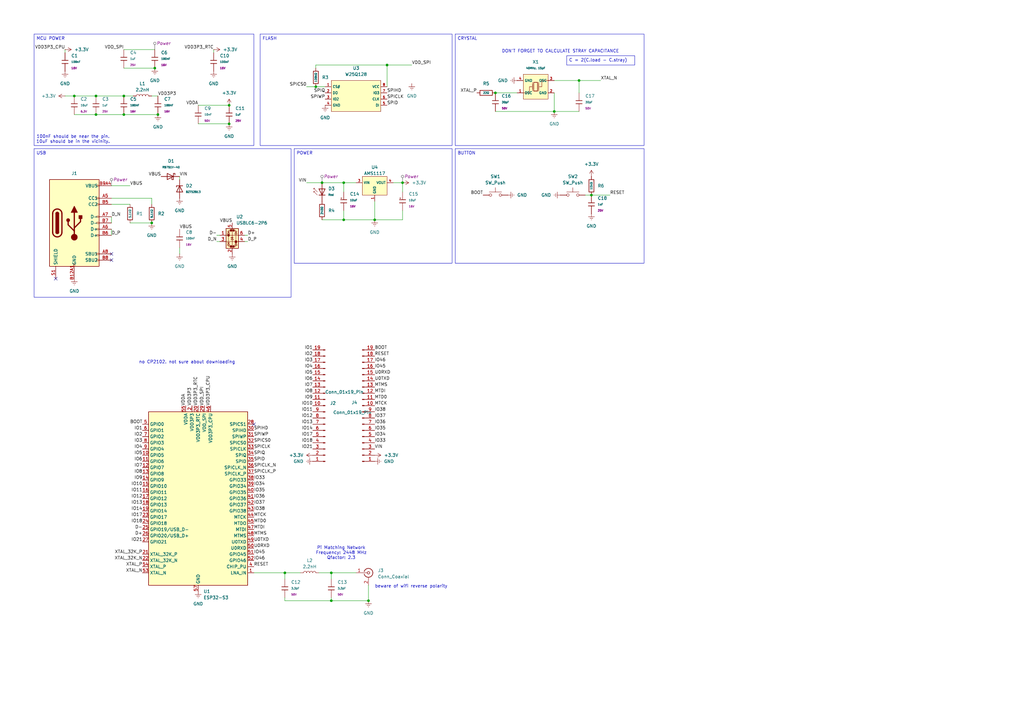
<source format=kicad_sch>
(kicad_sch (version 20231120) (generator "eeschema") (generator_version "8.0")
  (paper "A3")
  (junction (at 129.54 35.56))
  (junction (at 237.49 33.02))
  (junction (at 158.75 26.67))
  (junction (at 63.5 27.94))
  (junction (at 39.37 46.99))
  (junction (at 93.98 50.8))
  (junction (at 135.89 234.95))
  (junction (at 64.77 46.99))
  (junction (at 140.97 90.17))
  (junction (at 227.33 45.72))
  (junction (at 151.13 246.38))
  (junction (at 165.1 74.93))
  (junction (at 50.8 39.37))
  (junction (at 135.89 246.38))
  (junction (at 62.23 91.44))
  (junction (at 132.08 74.93))
  (junction (at 39.37 39.37))
  (junction (at 93.98 43.18))
  (junction (at 116.84 234.95))
  (junction (at 30.48 39.37))
  (junction (at 153.67 90.17))
  (junction (at 50.8 46.99))
  (junction (at 203.2 38.1))
  (junction (at 242.57 80.01))
  (junction (at 140.97 74.93))
  (no_connect (at 45.72 104.14))
  (no_connect (at 22.86 114.3))
  (no_connect (at 45.72 106.68))
  (no_connect (at 104.14 173.99))
  (wire (pts (xy 116.84 234.95) (xy 123.19 234.95)))
  (wire (pts (xy 153.67 82.55) (xy 153.67 90.17)))
  (wire (pts (xy 140.97 78.74) (xy 140.97 74.93)))
  (wire (pts (xy 116.84 246.38) (xy 116.84 245.11)))
  (wire (pts (xy 53.34 76.2) (xy 45.72 76.2)))
  (wire (pts (xy 81.28 43.18) (xy 93.98 43.18)))
  (wire (pts (xy 125.73 74.93) (xy 132.08 74.93)))
  (wire (pts (xy 203.2 38.1) (xy 212.09 38.1)))
  (wire (pts (xy 158.75 26.67) (xy 158.75 35.56)))
  (wire (pts (xy 158.75 26.67) (xy 168.91 26.67)))
  (wire (pts (xy 73.66 104.14) (xy 73.66 101.6)))
  (wire (pts (xy 30.48 46.99) (xy 39.37 46.99)))
  (wire (pts (xy 140.97 74.93) (xy 146.05 74.93)))
  (wire (pts (xy 116.84 237.49) (xy 116.84 234.95)))
  (wire (pts (xy 88.9 99.06) (xy 90.17 99.06)))
  (wire (pts (xy 129.54 26.67) (xy 158.75 26.67)))
  (wire (pts (xy 227.33 45.72) (xy 227.33 38.1)))
  (wire (pts (xy 73.66 72.39) (xy 73.66 73.66)))
  (wire (pts (xy 227.33 45.72) (xy 237.49 45.72)))
  (wire (pts (xy 50.8 39.37) (xy 54.61 39.37)))
  (wire (pts (xy 227.33 33.02) (xy 237.49 33.02)))
  (wire (pts (xy 104.14 234.95) (xy 116.84 234.95)))
  (wire (pts (xy 53.34 91.44) (xy 62.23 91.44)))
  (wire (pts (xy 242.57 80.01) (xy 250.19 80.01)))
  (wire (pts (xy 129.54 35.56) (xy 133.35 35.56)))
  (wire (pts (xy 39.37 39.37) (xy 50.8 39.37)))
  (wire (pts (xy 125.73 35.56) (xy 129.54 35.56)))
  (wire (pts (xy 135.89 246.38) (xy 151.13 246.38)))
  (wire (pts (xy 87.63 21.59) (xy 87.63 20.32)))
  (wire (pts (xy 135.89 234.95) (xy 135.89 237.49)))
  (wire (pts (xy 165.1 90.17) (xy 165.1 86.36)))
  (wire (pts (xy 30.48 39.37) (xy 39.37 39.37)))
  (wire (pts (xy 101.6 99.06) (xy 100.33 99.06)))
  (wire (pts (xy 161.29 74.93) (xy 165.1 74.93)))
  (wire (pts (xy 88.9 96.52) (xy 90.17 96.52)))
  (wire (pts (xy 50.8 20.32) (xy 63.5 20.32)))
  (wire (pts (xy 153.67 90.17) (xy 165.1 90.17)))
  (wire (pts (xy 130.81 234.95) (xy 135.89 234.95)))
  (wire (pts (xy 140.97 90.17) (xy 153.67 90.17)))
  (wire (pts (xy 50.8 46.99) (xy 64.77 46.99)))
  (wire (pts (xy 62.23 81.28) (xy 62.23 83.82)))
  (wire (pts (xy 45.72 93.98) (xy 45.72 96.52)))
  (wire (pts (xy 135.89 234.95) (xy 146.05 234.95)))
  (wire (pts (xy 129.54 27.94) (xy 129.54 26.67)))
  (wire (pts (xy 81.28 50.8) (xy 93.98 50.8)))
  (wire (pts (xy 101.6 96.52) (xy 100.33 96.52)))
  (wire (pts (xy 45.72 88.9) (xy 45.72 91.44)))
  (wire (pts (xy 237.49 33.02) (xy 246.38 33.02)))
  (wire (pts (xy 62.23 39.37) (xy 64.77 39.37)))
  (wire (pts (xy 132.08 90.17) (xy 140.97 90.17)))
  (wire (pts (xy 151.13 240.03) (xy 151.13 246.38)))
  (wire (pts (xy 132.08 74.93) (xy 140.97 74.93)))
  (wire (pts (xy 26.67 21.59) (xy 26.67 20.32)))
  (wire (pts (xy 140.97 90.17) (xy 140.97 86.36)))
  (wire (pts (xy 203.2 45.72) (xy 227.33 45.72)))
  (wire (pts (xy 45.72 81.28) (xy 62.23 81.28)))
  (wire (pts (xy 237.49 38.1) (xy 237.49 33.02)))
  (wire (pts (xy 50.8 27.94) (xy 63.5 27.94)))
  (wire (pts (xy 26.67 39.37) (xy 30.48 39.37)))
  (wire (pts (xy 135.89 246.38) (xy 135.89 245.11)))
  (wire (pts (xy 39.37 46.99) (xy 50.8 46.99)))
  (wire (pts (xy 116.84 246.38) (xy 135.89 246.38)))
  (wire (pts (xy 240.03 80.01) (xy 242.57 80.01)))
  (wire (pts (xy 165.1 78.74) (xy 165.1 74.93)))
  (wire (pts (xy 45.72 83.82) (xy 53.34 83.82)))
  (text_box "C = 2(C.load - C.stray)" (at 232.41 22.86 0) (size 27.94 3.81) (effects (font (size 1.27 1.27)) (justify left top)))
  (text_box "USB" (at 13.97 60.96 0) (size 105.41 60.96) (effects (font (size 1.27 1.27)) (justify left top)))
  (text_box "POWER" (at 120.65 60.96 0) (size 64.77 46.99) (effects (font (size 1.27 1.27)) (justify left top)))
  (text_box "MCU POWER" (at 13.97 13.97 0) (size 90.17 45.72) (effects (font (size 1.27 1.27)) (justify left top)))
  (text_box "CRYSTAL\n" (at 186.69 13.97 0) (size 77.47 45.72) (effects (font (size 1.27 1.27)) (justify left top)))
  (text_box "FLASH" (at 106.68 13.97 0) (size 78.74 45.72) (effects (font (size 1.27 1.27)) (justify left top)))
  (text_box "BUTTON" (at 186.69 60.96 0) (size 77.47 46.99) (effects (font (size 1.27 1.27)) (justify left top)))
  (text "DON'T FORGET TO CALCULATE STRAY CAPACITANCE" (at 229.87 21.082 0) (effects (font (size 1.27 1.27))))
  (text "100nF should be near the pin.\n10uF should be in the vicinity." (at 29.972 57.15 0) (effects (font (size 1.27 1.27))))
  (text "no CP2102. not sure about downloading" (at 76.708 148.59 0) (effects (font (size 1.27 1.27))))
  (text "beware of wifi reverse polarity\n" (at 168.656 240.538 0) (effects (font (size 1.27 1.27))))
  (text "Pi Matching Network\nFrequency: 2448 MHz\nQfactor: 2.3" (at 139.954 226.822 0) (effects (font (size 1.27 1.27))))
  (label "SPIHD" (at 104.14 176.53 0))
  (label "SPIHD" (at 158.75 38.1 0))
  (label "D_P" (at 101.6 99.06 0))
  (label "VDD_SPI" (at 83.82 166.37 90))
  (label "IO14" (at 128.27 176.53 180))
  (label "SPICLK_P" (at 104.14 194.31 0))
  (label "IO11" (at 128.27 168.91 180))
  (label "BOOT" (at 58.42 173.99 180))
  (label "IO1" (at 128.27 143.51 180))
  (label "VBUS" (at 53.34 76.2 0))
  (label "IO4" (at 128.27 151.13 180))
  (label "XTAL_P" (at 195.58 38.1 180))
  (label "SPICS0" (at 125.73 35.56 180))
  (label "SPICLK" (at 104.14 184.15 0))
  (label "XTAL_32K_P" (at 58.42 227.33 180))
  (label "SPIQ" (at 133.35 38.1 180))
  (label "VDD3P3" (at 78.74 166.37 90))
  (label "RESET" (at 104.14 232.41 0))
  (label "MTD0" (at 104.14 214.63 0))
  (label "IO10" (at 128.27 166.37 180))
  (label "IO35" (at 153.67 176.53 0))
  (label "IO4" (at 58.42 184.15 180))
  (label "D-" (at 88.9 96.52 180))
  (label "U0RXD" (at 153.67 153.67 0))
  (label "IO14" (at 58.42 209.55 180))
  (label "SPIWP" (at 133.35 40.64 180))
  (label "D+" (at 101.6 96.52 0))
  (label "SPICS0" (at 104.14 181.61 0))
  (label "D_N" (at 88.9 99.06 180))
  (label "VIN" (at 73.66 72.39 0))
  (label "D-" (at 58.42 217.17 180))
  (label "IO46" (at 104.14 229.87 0))
  (label "IO45" (at 104.14 227.33 0))
  (label "IO17" (at 128.27 179.07 180))
  (label "IO35" (at 104.14 201.93 0))
  (label "IO37" (at 153.67 171.45 0))
  (label "IO36" (at 104.14 204.47 0))
  (label "XTAL_32K_N" (at 58.42 229.87 180))
  (label "BOOT" (at 153.67 143.51 0))
  (label "IO38" (at 104.14 209.55 0))
  (label "IO9" (at 58.42 196.85 180))
  (label "XTAL_N" (at 246.38 33.02 0))
  (label "IO17" (at 58.42 212.09 180))
  (label "IO2" (at 58.42 179.07 180))
  (label "IO46" (at 153.67 148.59 0))
  (label "VDD3P3_CPU" (at 26.67 20.32 180))
  (label "VDD3P3_RTC" (at 87.63 20.32 180))
  (label "RESET" (at 250.19 80.01 0))
  (label "IO3" (at 58.42 181.61 180))
  (label "MTMS" (at 153.67 158.75 0))
  (label "VBUS" (at 73.66 93.98 0))
  (label "IO10" (at 58.42 199.39 180))
  (label "MTMS" (at 104.14 219.71 0))
  (label "IO21" (at 128.27 184.15 180))
  (label "XTAL_N" (at 58.42 234.95 180))
  (label "SPID" (at 158.75 43.18 0))
  (label "VDD_SPI" (at 50.8 20.32 180))
  (label "IO21" (at 58.42 222.25 180))
  (label "MTCK" (at 104.14 212.09 0))
  (label "IO33" (at 153.67 181.61 0))
  (label "IO8" (at 128.27 161.29 180))
  (label "U0RXD" (at 104.14 224.79 0))
  (label "IO37" (at 104.14 207.01 0))
  (label "IO34" (at 153.67 179.07 0))
  (label "D_P" (at 45.72 96.52 0))
  (label "IO45" (at 153.67 151.13 0))
  (label "IO3" (at 128.27 148.59 180))
  (label "IO7" (at 58.42 191.77 180))
  (label "VBUS" (at 66.04 72.39 180))
  (label "IO36" (at 153.67 173.99 0))
  (label "MTCK" (at 153.67 166.37 0))
  (label "IO8" (at 58.42 194.31 180))
  (label "VDD_SPI" (at 168.91 26.67 0))
  (label "IO5" (at 58.42 186.69 180))
  (label "IO13" (at 128.27 173.99 180))
  (label "IO2" (at 128.27 146.05 180))
  (label "XTAL_P" (at 58.42 232.41 180))
  (label "BOOT" (at 198.12 80.01 180))
  (label "VBUS" (at 95.25 91.44 180))
  (label "VDD3P3_RTC" (at 81.28 166.37 90))
  (label "SPID" (at 104.14 189.23 0))
  (label "U0TXD" (at 104.14 222.25 0))
  (label "VIN" (at 125.73 74.93 180))
  (label "IO6" (at 58.42 189.23 180))
  (label "MTDI" (at 104.14 217.17 0))
  (label "MTDI" (at 153.67 161.29 0))
  (label "IO11" (at 58.42 201.93 180))
  (label "VDDA" (at 76.2 166.37 90))
  (label "IO1" (at 58.42 176.53 180))
  (label "IO12" (at 58.42 204.47 180))
  (label "D_N" (at 45.72 88.9 0))
  (label "IO7" (at 128.27 158.75 180))
  (label "VDDA" (at 81.28 43.18 180))
  (label "MTD0" (at 153.67 163.83 0))
  (label "SPICLK" (at 158.75 40.64 0))
  (label "VIN" (at 153.67 184.15 0))
  (label "IO18" (at 128.27 181.61 180))
  (label "IO18" (at 58.42 214.63 180))
  (label "RESET" (at 153.67 146.05 0))
  (label "IO38" (at 153.67 168.91 0))
  (label "SPIQ" (at 104.14 186.69 0))
  (label "SPICLK_N" (at 104.14 191.77 0))
  (label "IO12" (at 128.27 171.45 180))
  (label "IO34" (at 104.14 199.39 0))
  (label "IO6" (at 128.27 156.21 180))
  (label "VDD3P3" (at 64.77 39.37 0))
  (label "SPIWP" (at 104.14 179.07 0))
  (label "VDD3P3_CPU" (at 86.36 166.37 90))
  (label "D+" (at 58.42 219.71 180))
  (label "IO13" (at 58.42 207.01 180))
  (label "IO33" (at 104.14 196.85 0))
  (label "IO5" (at 128.27 153.67 180))
  (label "IO9" (at 128.27 163.83 180))
  (label "U0TXD" (at 153.67 156.21 0))
  (netclass_flag "" (length 2.54) (shape round) (at 63.5 20.32 0) (property "Netclass" "Power" (at 64.1985 17.78 0) (effects (font (italic yes)) (justify left))))
  (netclass_flag "" (length 2.54) (shape round) (at 165.1 74.93 0) (property "Netclass" "Power" (at 165.7985 72.39 0) (effects (font (italic yes)) (justify left))))
  (netclass_flag "" (length 2.54) (shape round) (at 132.08 74.93 0) (property "Netclass" "Power" (at 132.7785 72.39 0) (effects (font (italic yes)) (justify left))))
  (netclass_flag "" (length 2.54) (shape round) (at 45.72 76.2 0) (property "Netclass" "Power" (at 46.4185 73.66 0) (effects (font (italic yes)) (justify left))))
  (symbol (lib_id "JLCPCB-Capacitors:0402,3.3pF") (at 116.84 241.3 0) (unit 1)
    (property "Reference" "C12" (at 119.38 238.7599 0) (effects (justify left)))
    (property "Value" "3.3pF" (at 119.38 241.3 0) (effects (font (size 0.8 0.8)) (justify left)))
    (property "Footprint" "JLCPCB-Kicad-Footprints:C_0402" (effects (hide yes)))
    (property "Datasheet" "https://www.lcsc.com/datasheet/lcsc_datasheet_2304140030_FH--Guangdong-Fenghua-Advanced-Tech-0402CG3R3C500NT_C1565.pdf" (effects (hide yes)))
    (property "Description" "50V 3.3pF C0G 0402 Multilayer Ceramic Capacitors MLCC - SMD/SMT ROHS" (effects (hide yes)))
    (property "LCSC" "C1565" (effects (hide yes)))
    (property "Stock" "101807" (effects (hide yes)))
    (property "Price" "0.004USD" (effects (hide yes)))
    (property "Process" "SMT" (effects (hide yes)))
    (property "Minimum Qty" "20" (effects (hide yes)))
    (property "Attrition Qty" "10" (effects (hide yes)))
    (property "Class" "Preferred Component" (effects (hide yes)))
    (property "Category" "Capacitors,Multilayer Ceramic Capacitors MLCC - SMD/SMT" (effects (hide yes)))
    (property "Manufacturer" "FH(Guangdong Fenghua Advanced Tech)" (effects (hide yes)))
    (property "Part" "0402CG3R3C500NT" (effects (hide yes)))
    (property "Voltage Rated" "50V" (at 119.38 243.84 0) (effects (font (size 0.8 0.8)) (justify left)))
    (property "Capacitance" "3.3pF" (effects (hide yes)))
    (property "Temperature Coefficient" "C0G" (effects (hide yes)))
  )
  (symbol (lib_id "power:+3.3V") (at 26.67 39.37 90) (unit 1)
    (property "Reference" "#PWR03" (effects (hide yes)))
    (property "Value" "+3.3V" (at 22.86 39.3699 90) (effects (justify left)))
    (property "Description" "Power symbol creates a global label with name \"+3.3V\"" (effects (hide yes)))
  )
  (symbol (lib_id "Device:L") (at 127 234.95 90) (unit 1)
    (property "Reference" "L2" (at 127 229.87 90))
    (property "Value" "2.2nH" (at 127 232.41 90))
    (property "Footprint" "JLCPCB-Kicad-Footprints:L_0402" (effects (hide yes)))
    (property "Description" "Inductor" (effects (hide yes)))
    (property "JLCPCB Part #" "C86061" (effects (hide yes)))
  )
  (symbol (lib_id "power:Earth") (at 242.57 87.63 0) (unit 1)
    (property "Reference" "#PWR028" (effects (hide yes)))
    (property "Value" "GND" (at 242.57 92.71 0))
    (property "Description" "Power symbol creates a global label with name \"Earth\"" (effects (hide yes)))
  )
  (symbol (lib_id "power:Earth") (at 128.27 189.23 270) (unit 1)
    (property "Reference" "#PWR018" (effects (hide yes)))
    (property "Value" "GND" (at 124.46 189.2299 90) (effects (justify right)))
    (property "Description" "Power symbol creates a global label with name \"Earth\"" (effects (hide yes)))
  )
  (symbol (lib_id "JLCPCB-Extended:Connector, USB-TYPE-C-16P") (at 30.48 91.44 0) (unit 1)
    (property "Reference" "J1" (at 30.48 71.12 0))
    (property "Value" "Connector, USB-TYPE-C-16P" (effects (hide yes)))
    (property "Footprint" "JLCPCB-Kicad-Footprints:TYPE-C-SMD_HX-TYPE-C-16PIN" (effects (hide yes)))
    (property "Datasheet" "https://atta.szlcsc.com/upload/public/pdf/source/20220920/0EF8F885FCCEA71F60E9E85152155021.pdf" (effects (hide yes)))
    (property "Description" "3A 1 Horizontal attachment 16P Female -25℃~+85℃ Type-C SMD USB Connectors ROHS" (effects (hide yes)))
    (property "LCSC" "C2927039" (effects (hide yes)))
  )
  (symbol (lib_id "JLCPCB-Memory:16MByte, SPI") (at 146.05 40.64 0) (unit 1)
    (property "Reference" "U3" (at 146.05 27.94 0))
    (property "Value" "W25Q128" (at 146.05 30.48 0))
    (property "Footprint" "JLCPCB-Kicad-Footprints:SOIC-8_L5.3-W5.3-P1.27-LS8.0-BL" (effects (hide yes)))
    (property "Datasheet" "https://www.lcsc.com/datasheet/lcsc_datasheet_1811142111_Winbond-Elec-W25Q128JVSIQ_C97521.pdf" (effects (hide yes)))
    (property "Description" "128Mbit SOIC-8-208mil NOR FLASH ROHS" (effects (hide yes)))
    (property "LCSC" "C97521" (effects (hide yes)))
    (property "Stock" "97743" (effects (hide yes)))
    (property "Price" "0.526USD" (effects (hide yes)))
    (property "Process" "SMT" (effects (hide yes)))
    (property "Minimum Qty" "1" (effects (hide yes)))
    (property "Attrition Qty" "0" (effects (hide yes)))
    (property "Class" "Basic Component" (effects (hide yes)))
    (property "Category" "Memory,NOR FLASH" (effects (hide yes)))
    (property "Manufacturer" "Winbond Elec" (effects (hide yes)))
    (property "Part" "W25Q128JVSIQ" (effects (hide yes)))
    (property "Memory Size" "128Mbit" (effects (hide yes)))
  )
  (symbol (lib_id "JLCPCB-Extended:Crystal, 40MHz, 15pF") (at 219.71 35.56 0) (unit 1)
    (property "Reference" "X1" (at 219.71 25.4 0))
    (property "Value" "40MHz, 15pF" (at 219.71 27.94 0) (effects (font (size 0.8 0.8))))
    (property "Footprint" "JLCPCB-Kicad-Footprints:OSC-SMD_4P-L3.2-W2.5-BL_SIT8008BI" (effects (hide yes)))
    (property "Datasheet" "https://www.lcsc.com/datasheet/lcsc_datasheet_2403291504_YXC-Crystal-Oscillators-X322540MPB4SI_C9010.pdf" (effects (hide yes)))
    (property "Description" "40MHz Surface Mount Crystal 15pF ±10ppm ±20ppm SMD3225-4P Crystals ROHS" (effects (hide yes)))
    (property "LCSC" "C9010" (effects (hide yes)))
    (property "PartID" "X322540MPB4SI" (effects (hide yes)))
  )
  (symbol (lib_id "power:Earth") (at 93.98 50.8 0) (unit 1)
    (property "Reference" "#PWR014" (effects (hide yes)))
    (property "Value" "GND" (at 93.98 55.88 0))
    (property "Description" "Power symbol creates a global label with name \"Earth\"" (effects (hide yes)))
  )
  (symbol (lib_id "power:Earth") (at 153.67 90.17 0) (unit 1)
    (property "Reference" "#PWR020" (effects (hide yes)))
    (property "Value" "GND" (at 153.67 95.25 0))
    (property "Description" "Power symbol creates a global label with name \"Earth\"" (effects (hide yes)))
  )
  (symbol (lib_id "Switch:SW_Push") (at 234.95 80.01 0) (unit 1)
    (property "Reference" "SW2" (at 234.95 72.39 0))
    (property "Value" "SW_Push" (at 234.95 74.93 0))
    (property "Footprint" "Button_Switch_SMD:SW_Push_SPST_NO_Alps_SKRK" (effects (hide yes)))
    (property "Description" "Push button switch, generic, two pins" (effects (hide yes)))
  )
  (symbol (lib_id "power:+3.3V") (at 242.57 72.39 0) (unit 1)
    (property "Reference" "#PWR027" (effects (hide yes)))
    (property "Value" "+3.3V" (at 242.57 67.31 0))
    (property "Description" "Power symbol creates a global label with name \"+3.3V\"" (effects (hide yes)))
  )
  (symbol (lib_id "JLCPCB-Diodes:Schottky,RB751V-40") (at 69.85 72.39 90) (unit 1)
    (property "Reference" "D1" (at 70.1675 66.04 90))
    (property "Value" "RB751V-40" (at 70.1675 68.58 90) (effects (font (size 0.8 0.8))))
    (property "Footprint" "JLCPCB-Kicad-Footprints:D_SOD-323" (effects (hide yes)))
    (property "Datasheet" "https://wmsc.lcsc.com/wmsc/upload/file/pdf/v2/lcsc/2308281443_hongjiacheng-RB751V-40_C7502691.pdf" (effects (hide yes)))
    (property "Description" "40V Independent Type 30mA 370mV@1mA SOD-323 Schottky Diodes ROHS" (effects (hide yes)))
    (property "LCSC" "C7502691" (effects (hide yes)))
    (property "Stock" "32284" (effects (hide yes)))
    (property "Price" "0.014USD" (effects (hide yes)))
    (property "Process" "SMT" (effects (hide yes)))
    (property "Minimum Qty" "20" (effects (hide yes)))
    (property "Attrition Qty" "10" (effects (hide yes)))
    (property "Class" "Preferred Component" (effects (hide yes)))
    (property "Category" "Diodes,Schottky Barrier Diodes (SBD)" (effects (hide yes)))
    (property "Manufacturer" "hongjiacheng" (effects (hide yes)))
    (property "Part" "RB751V-40" (effects (hide yes)))
    (property "Forward Voltage (Vf@If)" "370mV@1mA" (effects (hide yes)))
    (property "Reverse Voltage (Vr)" "40V" (effects (hide yes)))
    (property "Average Rectified Current (Io)" "0.03A" (effects (hide yes)))
    (property "Peak forward surge current" "0.2A" (effects (hide yes)))
    (property "Reverse Leakage Current (Ir)" "0.5uA" (effects (hide yes)))
  )
  (symbol (lib_id "power:Earth") (at 95.25 104.14 0) (unit 1)
    (property "Reference" "#PWR015" (effects (hide yes)))
    (property "Value" "GND" (at 95.25 109.22 0))
    (property "Description" "Power symbol creates a global label with name \"Earth\"" (effects (hide yes)))
  )
  (symbol (lib_id "JLCPCB-Capacitors:0402,100nF") (at 87.63 25.4 0) (unit 1)
    (property "Reference" "C10" (at 90.17 22.8599 0) (effects (justify left)))
    (property "Value" "100nF" (at 90.17 25.4 0) (effects (font (size 0.8 0.8)) (justify left)))
    (property "Footprint" "JLCPCB-Kicad-Footprints:C_0402" (effects (hide yes)))
    (property "Datasheet" "https://www.lcsc.com/datasheet/lcsc_datasheet_2304140030_Samsung-Electro-Mechanics-CL05B104KO5NNNC_C1525.pdf" (effects (hide yes)))
    (property "Description" "16V 100nF X7R ±10% 0402 Multilayer Ceramic Capacitors MLCC - SMD/SMT ROHS" (effects (hide yes)))
    (property "LCSC" "C1525" (effects (hide yes)))
    (property "Stock" "16101283" (effects (hide yes)))
    (property "Price" "0.004USD" (effects (hide yes)))
    (property "Process" "SMT" (effects (hide yes)))
    (property "Minimum Qty" "20" (effects (hide yes)))
    (property "Attrition Qty" "10" (effects (hide yes)))
    (property "Class" "Basic Component" (effects (hide yes)))
    (property "Category" "Capacitors,Multilayer Ceramic Capacitors MLCC - SMD/SMT" (effects (hide yes)))
    (property "Manufacturer" "Samsung Electro-Mechanics" (effects (hide yes)))
    (property "Part" "CL05B104KO5NNNC" (effects (hide yes)))
    (property "Voltage Rated" "16V" (at 90.17 27.94 0) (effects (font (size 0.8 0.8)) (justify left)))
    (property "Tolerance" "±10%" (effects (hide yes)))
    (property "Capacitance" "100nF" (effects (hide yes)))
    (property "Temperature Coefficient" "X7R" (effects (hide yes)))
  )
  (symbol (lib_id "JLCPCB-Resistors:0402,10kΩ") (at 242.57 76.2 0) (unit 1)
    (property "Reference" "R6" (at 245.11 76.1999 0) (effects (justify left)))
    (property "Value" "10kΩ" (at 242.57 76.2 90) (effects (font (size 0.8 0.8))))
    (property "Footprint" "JLCPCB-Kicad-Footprints:R_0402" (effects (hide yes)))
    (property "Datasheet" "https://www.lcsc.com/datasheet/lcsc_datasheet_2206010100_UNI-ROYAL-Uniroyal-Elec-0402WGF1002TCE_C25744.pdf" (effects (hide yes)))
    (property "Description" "62.5mW Thick Film Resistors 50V ±100ppm/°C ±1% 10kΩ 0402 Chip Resistor - Surface Mount ROHS" (effects (hide yes)))
    (property "LCSC" "C25744" (effects (hide yes)))
    (property "Stock" "10102805" (effects (hide yes)))
    (property "Price" "0.004USD" (effects (hide yes)))
    (property "Process" "SMT" (effects (hide yes)))
    (property "Minimum Qty" "5" (effects (hide yes)))
    (property "Attrition Qty" "0" (effects (hide yes)))
    (property "Class" "Basic Component" (effects (hide yes)))
    (property "Category" "Resistors,Chip Resistor - Surface Mount" (effects (hide yes)))
    (property "Manufacturer" "UNI-ROYAL(Uniroyal Elec)" (effects (hide yes)))
    (property "Part" "0402WGF1002TCE" (effects (hide yes)))
    (property "Resistance" "10kΩ" (effects (hide yes)))
    (property "Power(Watts)" "62.5mW" (effects (hide yes)))
    (property "Type" "Thick Film Resistors" (effects (hide yes)))
    (property "Overload Voltage (Max)" "50V" (effects (hide yes)))
    (property "Operating Temperature Range" "-55°C~+155°C" (effects (hide yes)))
    (property "Tolerance" "±1%" (effects (hide yes)))
    (property "Temperature Coefficient" "±100ppm/°C" (effects (hide yes)))
  )
  (symbol (lib_id "power:+3.3V") (at 26.67 20.32 270) (unit 1)
    (property "Reference" "#PWR01" (effects (hide yes)))
    (property "Value" "+3.3V" (at 30.48 20.3199 90) (effects (justify left)))
    (property "Description" "Power symbol creates a global label with name \"+3.3V\"" (effects (hide yes)))
  )
  (symbol (lib_id "power:Earth") (at 62.23 91.44 0) (unit 1)
    (property "Reference" "#PWR05" (effects (hide yes)))
    (property "Value" "GND" (at 62.23 96.52 0))
    (property "Description" "Power symbol creates a global label with name \"Earth\"" (effects (hide yes)))
  )
  (symbol (lib_id "JLCPCB-Capacitors:0402,100nF") (at 63.5 24.13 0) (unit 1)
    (property "Reference" "C6" (at 66.04 21.5899 0) (effects (justify left)))
    (property "Value" "100nF" (at 66.04 24.13 0) (effects (font (size 0.8 0.8)) (justify left)))
    (property "Footprint" "JLCPCB-Kicad-Footprints:C_0402" (effects (hide yes)))
    (property "Datasheet" "https://www.lcsc.com/datasheet/lcsc_datasheet_2304140030_Samsung-Electro-Mechanics-CL05B104KO5NNNC_C1525.pdf" (effects (hide yes)))
    (property "Description" "16V 100nF X7R ±10% 0402 Multilayer Ceramic Capacitors MLCC - SMD/SMT ROHS" (effects (hide yes)))
    (property "LCSC" "C1525" (effects (hide yes)))
    (property "Stock" "16101283" (effects (hide yes)))
    (property "Price" "0.004USD" (effects (hide yes)))
    (property "Process" "SMT" (effects (hide yes)))
    (property "Minimum Qty" "20" (effects (hide yes)))
    (property "Attrition Qty" "10" (effects (hide yes)))
    (property "Class" "Basic Component" (effects (hide yes)))
    (property "Category" "Capacitors,Multilayer Ceramic Capacitors MLCC - SMD/SMT" (effects (hide yes)))
    (property "Manufacturer" "Samsung Electro-Mechanics" (effects (hide yes)))
    (property "Part" "CL05B104KO5NNNC" (effects (hide yes)))
    (property "Voltage Rated" "16V" (at 66.04 26.67 0) (effects (font (size 0.8 0.8)) (justify left)))
    (property "Tolerance" "±10%" (effects (hide yes)))
    (property "Capacitance" "100nF" (effects (hide yes)))
    (property "Temperature Coefficient" "X7R" (effects (hide yes)))
  )
  (symbol (lib_id "power:Earth") (at 229.87 80.01 270) (unit 1)
    (property "Reference" "#PWR026" (effects (hide yes)))
    (property "Value" "GND" (at 226.06 80.0099 90) (effects (justify right)))
    (property "Description" "Power symbol creates a global label with name \"Earth\"" (effects (hide yes)))
  )
  (symbol (lib_id "JLCPCB-Capacitors:CASE-A-3216-18(mm),10uF") (at 165.1 82.55 0) (unit 1)
    (property "Reference" "C15" (at 167.64 79.5654 0) (effects (justify left)))
    (property "Value" "10uF" (at 167.64 82.1055 0) (effects (font (size 0.8 0.8)) (justify left)))
    (property "Footprint" "JLCPCB-Kicad-Footprints:C_CASE-A-3216-18(mm)" (effects (hide yes)))
    (property "Datasheet" "https://www.lcsc.com/datasheet/lcsc_datasheet_2304140030_Kyocera-AVX-TAJA106K016RNJ_C7171.pdf" (effects (hide yes)))
    (property "Description" "10uF 16V 3Ω@100kHz ±10% CASE-A-3216-18(mm) Tantalum Capacitors ROHS" (effects (hide yes)))
    (property "LCSC" "C7171" (effects (hide yes)))
    (property "Stock" "1205400" (effects (hide yes)))
    (property "Price" "0.088USD" (effects (hide yes)))
    (property "Process" "SMT" (effects (hide yes)))
    (property "Minimum Qty" "5" (effects (hide yes)))
    (property "Attrition Qty" "2" (effects (hide yes)))
    (property "Class" "Basic Component" (effects (hide yes)))
    (property "Category" "Capacitors,Tantalum Capacitors" (effects (hide yes)))
    (property "Manufacturer" "AVX" (effects (hide yes)))
    (property "Part" "TAJA106K016RNJ" (effects (hide yes)))
    (property "Operating Temperature" "-55°C~+125°C" (effects (hide yes)))
    (property "Equivalent Series Resistance(ESR)" "3Ω@100kHz" (effects (hide yes)))
    (property "Tolerance" "±10%" (effects (hide yes)))
    (property "Capacitance" "10uF" (effects (hide yes)))
    (property "Rated Voltage" "16V" (at 167.64 84.6455 0) (effects (font (size 0.8 0.8)) (justify left)))
  )
  (symbol (lib_id "JLCPCB-Diodes:LED,0603,Red") (at 132.08 78.74 0) (unit 1)
    (property "Reference" "D3" (at 134.62 77.3746 0) (effects (justify left)))
    (property "Value" "Red" (at 134.62 79.9147 0) (effects (font (size 0.8 0.8)) (justify left)))
    (property "Footprint" "JLCPCB-Kicad-Footprints:D_0603" (effects (hide yes)))
    (property "Datasheet" "https://www.lcsc.com/datasheet/lcsc_datasheet_1810231112_Hubei-KENTO-Elec-KT-0603R_C2286.pdf" (effects (hide yes)))
    (property "Description" "-40°C~+85°C Red 0603 LED Indication - Discrete ROHS" (effects (hide yes)))
    (property "LCSC" "C2286" (effects (hide yes)))
    (property "Stock" "3698578" (effects (hide yes)))
    (property "Price" "0.008USD" (effects (hide yes)))
    (property "Process" "SMT" (effects (hide yes)))
    (property "Minimum Qty" "20" (effects (hide yes)))
    (property "Attrition Qty" "6" (effects (hide yes)))
    (property "Class" "Basic Component" (effects (hide yes)))
    (property "Category" "Optocouplers & LEDs & Infrared,Light Emitting Diodes (LED)" (effects (hide yes)))
    (property "Manufacturer" "Hubei KENTO Elec" (effects (hide yes)))
    (property "Part" "KT-0603R" (effects (hide yes)))
  )
  (symbol (lib_id "power:Earth") (at 63.5 27.94 0) (unit 1)
    (property "Reference" "#PWR06" (effects (hide yes)))
    (property "Value" "GND" (at 63.5 33.02 0))
    (property "Description" "Power symbol creates a global label with name \"Earth\"" (effects (hide yes)))
  )
  (symbol (lib_id "JLCPCB-Capacitors:0402,10nF") (at 81.28 46.99 0) (unit 1)
    (property "Reference" "C9" (at 83.82 44.4499 0) (effects (justify left)))
    (property "Value" "10nF" (at 83.82 46.99 0) (effects (font (size 0.8 0.8)) (justify left)))
    (property "Footprint" "JLCPCB-Kicad-Footprints:C_0402" (effects (hide yes)))
    (property "Datasheet" "https://www.lcsc.com/datasheet/lcsc_datasheet_2304140030_Samsung-Electro-Mechanics-CL05B103KB5NNNC_C15195.pdf" (effects (hide yes)))
    (property "Description" "50V 10nF X7R ±10% 0402 Multilayer Ceramic Capacitors MLCC - SMD/SMT ROHS" (effects (hide yes)))
    (property "LCSC" "C15195" (effects (hide yes)))
    (property "Stock" "4041610" (effects (hide yes)))
    (property "Price" "0.005USD" (effects (hide yes)))
    (property "Process" "SMT" (effects (hide yes)))
    (property "Minimum Qty" "20" (effects (hide yes)))
    (property "Attrition Qty" "10" (effects (hide yes)))
    (property "Class" "Basic Component" (effects (hide yes)))
    (property "Category" "Capacitors,Multilayer Ceramic Capacitors MLCC - SMD/SMT" (effects (hide yes)))
    (property "Manufacturer" "Samsung Electro-Mechanics" (effects (hide yes)))
    (property "Part" "CL05B103KB5NNNC" (effects (hide yes)))
    (property "Voltage Rated" "50V" (at 83.82 49.53 0) (effects (font (size 0.8 0.8)) (justify left)))
    (property "Tolerance" "±10%" (effects (hide yes)))
    (property "Capacitance" "10nF" (effects (hide yes)))
    (property "Temperature Coefficient" "X7R" (effects (hide yes)))
  )
  (symbol (lib_id "JLCPCB-Capacitors:0402,1uF") (at 93.98 46.99 0) (unit 1)
    (property "Reference" "C11" (at 96.52 44.4499 0) (effects (justify left)))
    (property "Value" "1uF" (at 96.52 46.99 0) (effects (font (size 0.8 0.8)) (justify left)))
    (property "Footprint" "JLCPCB-Kicad-Footprints:C_0402" (effects (hide yes)))
    (property "Datasheet" "https://www.lcsc.com/datasheet/lcsc_datasheet_2304140030_Samsung-Electro-Mechanics-CL05A105KA5NQNC_C52923.pdf" (effects (hide yes)))
    (property "Description" "25V 1uF X5R ±10% 0402 Multilayer Ceramic Capacitors MLCC - SMD/SMT ROHS" (effects (hide yes)))
    (property "LCSC" "C52923" (effects (hide yes)))
    (property "Stock" "4780752" (effects (hide yes)))
    (property "Price" "0.006USD" (effects (hide yes)))
    (property "Process" "SMT" (effects (hide yes)))
    (property "Minimum Qty" "20" (effects (hide yes)))
    (property "Attrition Qty" "10" (effects (hide yes)))
    (property "Class" "Basic Component" (effects (hide yes)))
    (property "Category" "Capacitors,Multilayer Ceramic Capacitors MLCC - SMD/SMT" (effects (hide yes)))
    (property "Manufacturer" "Samsung Electro-Mechanics" (effects (hide yes)))
    (property "Part" "CL05A105KA5NQNC" (effects (hide yes)))
    (property "Voltage Rated" "25V" (at 96.52 49.53 0) (effects (font (size 0.8 0.8)) (justify left)))
    (property "Tolerance" "±10%" (effects (hide yes)))
    (property "Capacitance" "1uF" (effects (hide yes)))
    (property "Temperature Coefficient" "X5R" (effects (hide yes)))
  )
  (symbol (lib_id "power:Earth") (at 81.28 242.57 0) (unit 1)
    (property "Reference" "#PWR010" (effects (hide yes)))
    (property "Value" "GND" (at 81.28 247.65 0))
    (property "Description" "Power symbol creates a global label with name \"Earth\"" (effects (hide yes)))
  )
  (symbol (lib_id "power:Earth") (at 30.48 114.3 0) (unit 1)
    (property "Reference" "#PWR04" (effects (hide yes)))
    (property "Value" "GND" (at 30.48 119.38 0))
    (property "Description" "Power symbol creates a global label with name \"Earth\"" (effects (hide yes)))
  )
  (symbol (lib_id "power:Earth") (at 151.13 246.38 0) (unit 1)
    (property "Reference" "#PWR019" (effects (hide yes)))
    (property "Value" "GND" (at 151.13 251.46 0))
    (property "Description" "Power symbol creates a global label with name \"Earth\"" (effects (hide yes)))
  )
  (symbol (lib_id "JLCPCB-Capacitors:0402,30pF") (at 237.49 41.91 0) (unit 1)
    (property "Reference" "C17" (at 240.03 39.3699 0) (effects (justify left)))
    (property "Value" "30pF" (at 240.03 41.91 0) (effects (font (size 0.8 0.8)) (justify left)))
    (property "Footprint" "JLCPCB-Kicad-Footprints:C_0402" (effects (hide yes)))
    (property "Datasheet" "https://www.lcsc.com/datasheet/lcsc_datasheet_2304140030_FH--Guangdong-Fenghua-Advanced-Tech-0402CG300J500NT_C1570.pdf" (effects (hide yes)))
    (property "Description" "50V 30pF C0G ±5% 0402 Multilayer Ceramic Capacitors MLCC - SMD/SMT ROHS" (effects (hide yes)))
    (property "LCSC" "C1570" (effects (hide yes)))
    (property "Stock" "72545" (effects (hide yes)))
    (property "Price" "0.004USD" (effects (hide yes)))
    (property "Process" "SMT" (effects (hide yes)))
    (property "Minimum Qty" "20" (effects (hide yes)))
    (property "Attrition Qty" "10" (effects (hide yes)))
    (property "Class" "Preferred Component" (effects (hide yes)))
    (property "Category" "Capacitors,Multilayer Ceramic Capacitors MLCC - SMD/SMT" (effects (hide yes)))
    (property "Manufacturer" "FH(Guangdong Fenghua Advanced Tech)" (effects (hide yes)))
    (property "Part" "0402CG300J500NT" (effects (hide yes)))
    (property "Voltage Rated" "50V" (at 240.03 44.45 0) (effects (font (size 0.8 0.8)) (justify left)))
    (property "Tolerance" "±5%" (effects (hide yes)))
    (property "Capacitance" "30pF" (effects (hide yes)))
    (property "Temperature Coefficient" "C0G" (effects (hide yes)))
  )
  (symbol (lib_id "power:Earth") (at 87.63 29.21 0) (unit 1)
    (property "Reference" "#PWR012" (effects (hide yes)))
    (property "Value" "GND" (at 87.63 34.29 0))
    (property "Description" "Power symbol creates a global label with name \"Earth\"" (effects (hide yes)))
  )
  (symbol (lib_id "JLCPCB-Capacitors:0402,100nF") (at 64.77 43.18 0) (unit 1)
    (property "Reference" "C7" (at 67.31 40.6399 0) (effects (justify left)))
    (property "Value" "100nF" (at 67.31 43.18 0) (effects (font (size 0.8 0.8)) (justify left)))
    (property "Footprint" "JLCPCB-Kicad-Footprints:C_0402" (effects (hide yes)))
    (property "Datasheet" "https://www.lcsc.com/datasheet/lcsc_datasheet_2304140030_Samsung-Electro-Mechanics-CL05B104KO5NNNC_C1525.pdf" (effects (hide yes)))
    (property "Description" "16V 100nF X7R ±10% 0402 Multilayer Ceramic Capacitors MLCC - SMD/SMT ROHS" (effects (hide yes)))
    (property "LCSC" "C1525" (effects (hide yes)))
    (property "Stock" "16101283" (effects (hide yes)))
    (property "Price" "0.004USD" (effects (hide yes)))
    (property "Process" "SMT" (effects (hide yes)))
    (property "Minimum Qty" "20" (effects (hide yes)))
    (property "Attrition Qty" "10" (effects (hide yes)))
    (property "Class" "Basic Component" (effects (hide yes)))
    (property "Category" "Capacitors,Multilayer Ceramic Capacitors MLCC - SMD/SMT" (effects (hide yes)))
    (property "Manufacturer" "Samsung Electro-Mechanics" (effects (hide yes)))
    (property "Part" "CL05B104KO5NNNC" (effects (hide yes)))
    (property "Voltage Rated" "16V" (at 67.31 45.72 0) (effects (font (size 0.8 0.8)) (justify left)))
    (property "Tolerance" "±10%" (effects (hide yes)))
    (property "Capacitance" "100nF" (effects (hide yes)))
    (property "Temperature Coefficient" "X7R" (effects (hide yes)))
  )
  (symbol (lib_id "Switch:SW_Push") (at 203.2 80.01 0) (unit 1)
    (property "Reference" "SW1" (at 203.2 72.39 0))
    (property "Value" "SW_Push" (at 203.2 74.93 0))
    (property "Footprint" "Button_Switch_SMD:SW_Push_SPST_NO_Alps_SKRK" (effects (hide yes)))
    (property "Description" "Push button switch, generic, two pins" (effects (hide yes)))
  )
  (symbol (lib_id "power:Earth") (at 168.91 34.29 0) (unit 1)
    (property "Reference" "#PWR022" (effects (hide yes)))
    (property "Value" "GND" (at 168.91 39.37 0))
    (property "Description" "Power symbol creates a global label with name \"Earth\"" (effects (hide yes)))
  )
  (symbol (lib_id "power:Earth") (at 212.09 33.02 270) (unit 1)
    (property "Reference" "#PWR024" (effects (hide yes)))
    (property "Value" "GND" (at 208.28 33.0199 90) (effects (justify right)))
    (property "Description" "Power symbol creates a global label with name \"Earth\"" (effects (hide yes)))
  )
  (symbol (lib_id "JLCPCB-Resistors:0402,5.1kΩ") (at 62.23 87.63 0) (unit 1)
    (property "Reference" "R2" (at 64.77 87.6299 0) (effects (justify left)))
    (property "Value" "5.1kΩ" (at 62.23 87.63 90) (effects (font (size 0.8 0.8))))
    (property "Footprint" "JLCPCB-Kicad-Footprints:R_0402" (effects (hide yes)))
    (property "Datasheet" "https://www.lcsc.com/datasheet/lcsc_datasheet_2206010045_UNI-ROYAL-Uniroyal-Elec-0402WGF5101TCE_C25905.pdf" (effects (hide yes)))
    (property "Description" "62.5mW Thick Film Resistors 50V ±100ppm/°C ±1% 5.1kΩ 0402 Chip Resistor - Surface Mount ROHS" (effects (hide yes)))
    (property "LCSC" "C25905" (effects (hide yes)))
    (property "Stock" "2942330" (effects (hide yes)))
    (property "Price" "0.004USD" (effects (hide yes)))
    (property "Process" "SMT" (effects (hide yes)))
    (property "Minimum Qty" "20" (effects (hide yes)))
    (property "Attrition Qty" "10" (effects (hide yes)))
    (property "Class" "Basic Component" (effects (hide yes)))
    (property "Category" "Resistors,Chip Resistor - Surface Mount" (effects (hide yes)))
    (property "Manufacturer" "UNI-ROYAL(Uniroyal Elec)" (effects (hide yes)))
    (property "Part" "0402WGF5101TCE" (effects (hide yes)))
    (property "Resistance" "5.1kΩ" (effects (hide yes)))
    (property "Power(Watts)" "62.5mW" (effects (hide yes)))
    (property "Type" "Thick Film Resistors" (effects (hide yes)))
    (property "Overload Voltage (Max)" "50V" (effects (hide yes)))
    (property "Operating Temperature Range" "-55°C~+155°C" (effects (hide yes)))
    (property "Tolerance" "±1%" (effects (hide yes)))
    (property "Temperature Coefficient" "±100ppm/°C" (effects (hide yes)))
  )
  (symbol (lib_id "JLCPCB-Extended:MCU, ESP32-S3") (at 81.28 204.47 0) (unit 1)
    (property "Reference" "U1" (at 83.4741 242.57 0) (effects (justify left)))
    (property "Value" "ESP32-S3" (at 83.4741 245.11 0) (effects (justify left)))
    (property "Footprint" "JLCPCB-Kicad-Footprints:QFN-56-1EP_7x7mm_P0.4mm_EP4x4mm_ThermalVias" (effects (hide yes)))
    (property "Datasheet" "https://www.espressif.com/sites/default/files/documentation/esp32-s3_datasheet_en.pdf" (effects (hide yes)))
    (property "Description" "Microcontroller, Wi-Fi 802.11b/g/n, Bluetooth, 32bit" (effects (hide yes)))
    (property "LCSC" "C2913192" (effects (hide yes)))
  )
  (symbol (lib_id "Connector:Conn_Coaxial") (at 151.13 234.95 0) (unit 1)
    (property "Reference" "J3" (at 154.94 233.9731 0) (effects (justify left)))
    (property "Value" "Conn_Coaxial" (at 154.94 236.5131 0) (effects (justify left)))
    (property "Footprint" "Connector_Coaxial:SMA_Amphenol_132289_EdgeMount" (effects (hide yes)))
    (property "Description" "coaxial connector (BNC, SMA, SMB, SMC, Cinch/RCA, LEMO, ...)" (effects (hide yes)))
  )
  (symbol (lib_id "JLCPCB-Power:LDO, 3.3V, 1A") (at 153.67 77.47 0) (unit 1)
    (property "Reference" "U4" (at 153.67 68.58 0))
    (property "Value" "AMS1117" (at 153.67 71.12 0))
    (property "Footprint" "JLCPCB-Kicad-Footprints:SOT-223-3_L6.5-W3.4-P2.30-LS7.0-BR" (effects (hide yes)))
    (property "Datasheet" "https://www.lcsc.com/datasheet/lcsc_datasheet_2304140030_Advanced-Monolithic-Systems-AMS1117-3-3_C6186.pdf" (effects (hide yes)))
    (property "Description" "72dB@(120Hz) 1A Fixed 3.3V Positive electrode SOT-223 Voltage Regulators - Linear, Low Drop Out (LDO) Regulators ROHS" (effects (hide yes)))
    (property "LCSC" "C6186" (effects (hide yes)))
    (property "Stock" "528957" (effects (hide yes)))
    (property "Price" "0.131USD" (effects (hide yes)))
    (property "Process" "SMT" (effects (hide yes)))
    (property "Minimum Qty" "5" (effects (hide yes)))
    (property "Attrition Qty" "2" (effects (hide yes)))
    (property "Class" "Basic Component" (effects (hide yes)))
    (property "Category" "Power Management ICs,Linear Voltage Regulators (LDO)" (effects (hide yes)))
    (property "Manufacturer" "Advanced Monolithic Systems" (effects (hide yes)))
    (property "Part" "AMS1117-3.3" (effects (hide yes)))
    (property "Number Of Outputs" "1" (effects (hide yes)))
    (property "Output Voltage" "3.3V" (effects (hide yes)))
    (property "Dropout Voltage" "1.3V@(800mA)" (effects (hide yes)))
    (property "Output Current" "1A" (effects (hide yes)))
    (property "Output Type" "Fixed" (effects (hide yes)))
    (property "Output Polarity" "Positive electrode" (effects (hide yes)))
    (property "Power Supply Rejection Ratio (Psrr)" "72dB@(120Hz)" (effects (hide yes)))
    (property "Feature" "Overcurrent Protection(OCP);Thermal Protection(TSD)" (effects (hide yes)))
  )
  (symbol (lib_id "JLCPCB-Resistors:0402,100kΩ") (at 129.54 31.75 0) (unit 1)
    (property "Reference" "R3" (at 132.08 31.7499 0) (effects (justify left)))
    (property "Value" "100kΩ" (at 129.54 31.75 90) (effects (font (size 0.8 0.8))))
    (property "Footprint" "JLCPCB-Kicad-Footprints:R_0402" (effects (hide yes)))
    (property "Datasheet" "https://www.lcsc.com/datasheet/lcsc_datasheet_2206010100_UNI-ROYAL-Uniroyal-Elec-0402WGF1003TCE_C25741.pdf" (effects (hide yes)))
    (property "Description" "62.5mW Thick Film Resistors 50V ±100ppm/°C ±1% 100kΩ 0402 Chip Resistor - Surface Mount ROHS" (effects (hide yes)))
    (property "LCSC" "C25741" (effects (hide yes)))
    (property "Stock" "3597136" (effects (hide yes)))
    (property "Price" "0.004USD" (effects (hide yes)))
    (property "Process" "SMT" (effects (hide yes)))
    (property "Minimum Qty" "20" (effects (hide yes)))
    (property "Attrition Qty" "10" (effects (hide yes)))
    (property "Class" "Basic Component" (effects (hide yes)))
    (property "Category" "Resistors,Chip Resistor - Surface Mount" (effects (hide yes)))
    (property "Manufacturer" "UNI-ROYAL(Uniroyal Elec)" (effects (hide yes)))
    (property "Part" "0402WGF1003TCE" (effects (hide yes)))
    (property "Resistance" "100kΩ" (effects (hide yes)))
    (property "Power(Watts)" "62.5mW" (effects (hide yes)))
    (property "Type" "Thick Film Resistors" (effects (hide yes)))
    (property "Overload Voltage (Max)" "50V" (effects (hide yes)))
    (property "Operating Temperature Range" "-55°C~+155°C" (effects (hide yes)))
    (property "Tolerance" "±1%" (effects (hide yes)))
    (property "Temperature Coefficient" "±100ppm/°C" (effects (hide yes)))
  )
  (symbol (lib_id "power:+3.3V") (at 93.98 43.18 0) (unit 1)
    (property "Reference" "#PWR013" (effects (hide yes)))
    (property "Value" "+3.3V" (at 93.98 38.1 0))
    (property "Description" "Power symbol creates a global label with name \"+3.3V\"" (effects (hide yes)))
  )
  (symbol (lib_id "JLCPCB-Resistors:0603,240Ω") (at 132.08 86.36 0) (unit 1)
    (property "Reference" "R4" (at 134.62 86.3599 0) (effects (justify left)))
    (property "Value" "240Ω" (at 132.08 86.36 90) (effects (font (size 0.8 0.8))))
    (property "Footprint" "JLCPCB-Kicad-Footprints:R_0603" (effects (hide yes)))
    (property "Datasheet" "https://www.lcsc.com/datasheet/lcsc_datasheet_2206010100_UNI-ROYAL-Uniroyal-Elec-0603WAF2400T5E_C23350.pdf" (effects (hide yes)))
    (property "Description" "100mW Thick Film Resistors 75V ±100ppm/°C ±1% 240Ω 0603 Chip Resistor - Surface Mount ROHS" (effects (hide yes)))
    (property "LCSC" "C23350" (effects (hide yes)))
    (property "Stock" "270211" (effects (hide yes)))
    (property "Price" "0.004USD" (effects (hide yes)))
    (property "Process" "SMT" (effects (hide yes)))
    (property "Minimum Qty" "20" (effects (hide yes)))
    (property "Attrition Qty" "10" (effects (hide yes)))
    (property "Class" "Preferred Component" (effects (hide yes)))
    (property "Category" "Resistors,Chip Resistor - Surface Mount" (effects (hide yes)))
    (property "Manufacturer" "UNI-ROYAL(Uniroyal Elec)" (effects (hide yes)))
    (property "Part" "0603WAF2400T5E" (effects (hide yes)))
    (property "Resistance" "240Ω" (effects (hide yes)))
    (property "Power(Watts)" "100mW" (effects (hide yes)))
    (property "Type" "Thick Film Resistors" (effects (hide yes)))
    (property "Overload Voltage (Max)" "75V" (effects (hide yes)))
    (property "Operating Temperature Range" "-55°C~+155°C" (effects (hide yes)))
    (property "Tolerance" "±1%" (effects (hide yes)))
    (property "Temperature Coefficient" "±100ppm/°C" (effects (hide yes)))
  )
  (symbol (lib_id "power:Earth") (at 133.35 43.18 0) (unit 1)
    (property "Reference" "#PWR016" (effects (hide yes)))
    (property "Value" "GND" (at 133.35 48.26 0))
    (property "Description" "Power symbol creates a global label with name \"Earth\"" (effects (hide yes)))
  )
  (symbol (lib_id "JLCPCB-Capacitors:0402,1uF") (at 50.8 24.13 0) (unit 1)
    (property "Reference" "C4" (at 53.34 21.5899 0) (effects (justify left)))
    (property "Value" "1uF" (at 53.34 24.13 0) (effects (font (size 0.8 0.8)) (justify left)))
    (property "Footprint" "JLCPCB-Kicad-Footprints:C_0402" (effects (hide yes)))
    (property "Datasheet" "https://www.lcsc.com/datasheet/lcsc_datasheet_2304140030_Samsung-Electro-Mechanics-CL05A105KA5NQNC_C52923.pdf" (effects (hide yes)))
    (property "Description" "25V 1uF X5R ±10% 0402 Multilayer Ceramic Capacitors MLCC - SMD/SMT ROHS" (effects (hide yes)))
    (property "LCSC" "C52923" (effects (hide yes)))
    (property "Stock" "4780752" (effects (hide yes)))
    (property "Price" "0.006USD" (effects (hide yes)))
    (property "Process" "SMT" (effects (hide yes)))
    (property "Minimum Qty" "20" (effects (hide yes)))
    (property "Attrition Qty" "10" (effects (hide yes)))
    (property "Class" "Basic Component" (effects (hide yes)))
    (property "Category" "Capacitors,Multilayer Ceramic Capacitors MLCC - SMD/SMT" (effects (hide yes)))
    (property "Manufacturer" "Samsung Electro-Mechanics" (effects (hide yes)))
    (property "Part" "CL05A105KA5NQNC" (effects (hide yes)))
    (property "Voltage Rated" "25V" (at 53.34 26.67 0) (effects (font (size 0.8 0.8)) (justify left)))
    (property "Tolerance" "±10%" (effects (hide yes)))
    (property "Capacitance" "1uF" (effects (hide yes)))
    (property "Temperature Coefficient" "X5R" (effects (hide yes)))
  )
  (symbol (lib_id "JLCPCB-Resistors:0402,5.1kΩ") (at 53.34 87.63 0) (unit 1)
    (property "Reference" "R1" (at 55.88 87.6299 0) (effects (justify left)))
    (property "Value" "5.1kΩ" (at 53.34 87.63 90) (effects (font (size 0.8 0.8))))
    (property "Footprint" "JLCPCB-Kicad-Footprints:R_0402" (effects (hide yes)))
    (property "Datasheet" "https://www.lcsc.com/datasheet/lcsc_datasheet_2206010045_UNI-ROYAL-Uniroyal-Elec-0402WGF5101TCE_C25905.pdf" (effects (hide yes)))
    (property "Description" "62.5mW Thick Film Resistors 50V ±100ppm/°C ±1% 5.1kΩ 0402 Chip Resistor - Surface Mount ROHS" (effects (hide yes)))
    (property "LCSC" "C25905" (effects (hide yes)))
    (property "Stock" "2942330" (effects (hide yes)))
    (property "Price" "0.004USD" (effects (hide yes)))
    (property "Process" "SMT" (effects (hide yes)))
    (property "Minimum Qty" "20" (effects (hide yes)))
    (property "Attrition Qty" "10" (effects (hide yes)))
    (property "Class" "Basic Component" (effects (hide yes)))
    (property "Category" "Resistors,Chip Resistor - Surface Mount" (effects (hide yes)))
    (property "Manufacturer" "UNI-ROYAL(Uniroyal Elec)" (effects (hide yes)))
    (property "Part" "0402WGF5101TCE" (effects (hide yes)))
    (property "Resistance" "5.1kΩ" (effects (hide yes)))
    (property "Power(Watts)" "62.5mW" (effects (hide yes)))
    (property "Type" "Thick Film Resistors" (effects (hide yes)))
    (property "Overload Voltage (Max)" "50V" (effects (hide yes)))
    (property "Operating Temperature Range" "-55°C~+155°C" (effects (hide yes)))
    (property "Tolerance" "±1%" (effects (hide yes)))
    (property "Temperature Coefficient" "±100ppm/°C" (effects (hide yes)))
  )
  (symbol (lib_id "JLCPCB-Capacitors:CASE-A-3216-18(mm),10uF") (at 140.97 82.55 0) (unit 1)
    (property "Reference" "C14" (at 143.51 79.5654 0) (effects (justify left)))
    (property "Value" "10uF" (at 143.51 82.1055 0) (effects (font (size 0.8 0.8)) (justify left)))
    (property "Footprint" "JLCPCB-Kicad-Footprints:C_CASE-A-3216-18(mm)" (effects (hide yes)))
    (property "Datasheet" "https://www.lcsc.com/datasheet/lcsc_datasheet_2304140030_Kyocera-AVX-TAJA106K016RNJ_C7171.pdf" (effects (hide yes)))
    (property "Description" "10uF 16V 3Ω@100kHz ±10% CASE-A-3216-18(mm) Tantalum Capacitors ROHS" (effects (hide yes)))
    (property "LCSC" "C7171" (effects (hide yes)))
    (property "Stock" "1205400" (effects (hide yes)))
    (property "Price" "0.088USD" (effects (hide yes)))
    (property "Process" "SMT" (effects (hide yes)))
    (property "Minimum Qty" "5" (effects (hide yes)))
    (property "Attrition Qty" "2" (effects (hide yes)))
    (property "Class" "Basic Component" (effects (hide yes)))
    (property "Category" "Capacitors,Tantalum Capacitors" (effects (hide yes)))
    (property "Manufacturer" "AVX" (effects (hide yes)))
    (property "Part" "TAJA106K016RNJ" (effects (hide yes)))
    (property "Operating Temperature" "-55°C~+125°C" (effects (hide yes)))
    (property "Equivalent Series Resistance(ESR)" "3Ω@100kHz" (effects (hide yes)))
    (property "Tolerance" "±10%" (effects (hide yes)))
    (property "Capacitance" "10uF" (effects (hide yes)))
    (property "Rated Voltage" "16V" (at 143.51 84.6455 0) (effects (font (size 0.8 0.8)) (justify left)))
  )
  (symbol (lib_id "JLCPCB-Capacitors:0402,100nF") (at 50.8 43.18 0) (unit 1)
    (property "Reference" "C5" (at 53.34 40.6399 0) (effects (justify left)))
    (property "Value" "100nF" (at 53.34 43.18 0) (effects (font (size 0.8 0.8)) (justify left)))
    (property "Footprint" "JLCPCB-Kicad-Footprints:C_0402" (effects (hide yes)))
    (property "Datasheet" "https://www.lcsc.com/datasheet/lcsc_datasheet_2304140030_Samsung-Electro-Mechanics-CL05B104KO5NNNC_C1525.pdf" (effects (hide yes)))
    (property "Description" "16V 100nF X7R ±10% 0402 Multilayer Ceramic Capacitors MLCC - SMD/SMT ROHS" (effects (hide yes)))
    (property "LCSC" "C1525" (effects (hide yes)))
    (property "Stock" "16101283" (effects (hide yes)))
    (property "Price" "0.004USD" (effects (hide yes)))
    (property "Process" "SMT" (effects (hide yes)))
    (property "Minimum Qty" "20" (effects (hide yes)))
    (property "Attrition Qty" "10" (effects (hide yes)))
    (property "Class" "Basic Component" (effects (hide yes)))
    (property "Category" "Capacitors,Multilayer Ceramic Capacitors MLCC - SMD/SMT" (effects (hide yes)))
    (property "Manufacturer" "Samsung Electro-Mechanics" (effects (hide yes)))
    (property "Part" "CL05B104KO5NNNC" (effects (hide yes)))
    (property "Voltage Rated" "16V" (at 53.34 45.72 0) (effects (font (size 0.8 0.8)) (justify left)))
    (property "Tolerance" "±10%" (effects (hide yes)))
    (property "Capacitance" "100nF" (effects (hide yes)))
    (property "Temperature Coefficient" "X7R" (effects (hide yes)))
  )
  (symbol (lib_id "Connector:Conn_01x19_Pin") (at 133.35 166.37 180) (unit 1)
    (property "Reference" "J2" (at 135.382 165.354 0) (effects (justify right)))
    (property "Value" "Conn_01x19_Pin" (at 133.35 160.782 0) (effects (justify right)))
    (property "Footprint" "Connector_PinSocket_2.54mm:PinSocket_1x19_P2.54mm_Vertical" (effects (hide yes)))
    (property "Description" "Generic connector, single row, 01x19, script generated" (effects (hide yes)))
  )
  (symbol (lib_id "JLCPCB-Capacitors:0402,1uF") (at 242.57 83.82 0) (unit 1)
    (property "Reference" "C18" (at 245.11 81.2799 0) (effects (justify left)))
    (property "Value" "1uF" (at 245.11 83.82 0) (effects (font (size 0.8 0.8)) (justify left)))
    (property "Footprint" "JLCPCB-Kicad-Footprints:C_0402" (effects (hide yes)))
    (property "Datasheet" "https://www.lcsc.com/datasheet/lcsc_datasheet_2304140030_Samsung-Electro-Mechanics-CL05A105KA5NQNC_C52923.pdf" (effects (hide yes)))
    (property "Description" "25V 1uF X5R ±10% 0402 Multilayer Ceramic Capacitors MLCC - SMD/SMT ROHS" (effects (hide yes)))
    (property "LCSC" "C52923" (effects (hide yes)))
    (property "Stock" "4780752" (effects (hide yes)))
    (property "Price" "0.006USD" (effects (hide yes)))
    (property "Process" "SMT" (effects (hide yes)))
    (property "Minimum Qty" "20" (effects (hide yes)))
    (property "Attrition Qty" "10" (effects (hide yes)))
    (property "Class" "Basic Component" (effects (hide yes)))
    (property "Category" "Capacitors,Multilayer Ceramic Capacitors MLCC - SMD/SMT" (effects (hide yes)))
    (property "Manufacturer" "Samsung Electro-Mechanics" (effects (hide yes)))
    (property "Part" "CL05A105KA5NQNC" (effects (hide yes)))
    (property "Voltage Rated" "25V" (at 245.11 86.36 0) (effects (font (size 0.8 0.8)) (justify left)))
    (property "Tolerance" "±10%" (effects (hide yes)))
    (property "Capacitance" "1uF" (effects (hide yes)))
    (property "Temperature Coefficient" "X5R" (effects (hide yes)))
  )
  (symbol (lib_id "power:+3.3V") (at 87.63 20.32 270) (unit 1)
    (property "Reference" "#PWR011" (effects (hide yes)))
    (property "Value" "+3.3V" (at 91.44 20.3199 90) (effects (justify left)))
    (property "Description" "Power symbol creates a global label with name \"+3.3V\"" (effects (hide yes)))
  )
  (symbol (lib_id "JLCPCB-Capacitors:0402,100nF") (at 73.66 97.79 0) (unit 1)
    (property "Reference" "C8" (at 76.2 95.2499 0) (effects (justify left)))
    (property "Value" "100nF" (at 76.2 97.79 0) (effects (font (size 0.8 0.8)) (justify left)))
    (property "Footprint" "JLCPCB-Kicad-Footprints:C_0402" (effects (hide yes)))
    (property "Datasheet" "https://www.lcsc.com/datasheet/lcsc_datasheet_2304140030_Samsung-Electro-Mechanics-CL05B104KO5NNNC_C1525.pdf" (effects (hide yes)))
    (property "Description" "16V 100nF X7R ±10% 0402 Multilayer Ceramic Capacitors MLCC - SMD/SMT ROHS" (effects (hide yes)))
    (property "LCSC" "C1525" (effects (hide yes)))
    (property "Stock" "16101283" (effects (hide yes)))
    (property "Price" "0.004USD" (effects (hide yes)))
    (property "Process" "SMT" (effects (hide yes)))
    (property "Minimum Qty" "20" (effects (hide yes)))
    (property "Attrition Qty" "10" (effects (hide yes)))
    (property "Class" "Basic Component" (effects (hide yes)))
    (property "Category" "Capacitors,Multilayer Ceramic Capacitors MLCC - SMD/SMT" (effects (hide yes)))
    (property "Manufacturer" "Samsung Electro-Mechanics" (effects (hide yes)))
    (property "Part" "CL05B104KO5NNNC" (effects (hide yes)))
    (property "Voltage Rated" "16V" (at 76.2 100.33 0) (effects (font (size 0.8 0.8)) (justify left)))
    (property "Tolerance" "±10%" (effects (hide yes)))
    (property "Capacitance" "100nF" (effects (hide yes)))
    (property "Temperature Coefficient" "X7R" (effects (hide yes)))
  )
  (symbol (lib_id "JLCPCB-Capacitors:0402,30pF") (at 203.2 41.91 0) (unit 1)
    (property "Reference" "C16" (at 205.74 39.3699 0) (effects (justify left)))
    (property "Value" "30pF" (at 205.74 41.91 0) (effects (font (size 0.8 0.8)) (justify left)))
    (property "Footprint" "JLCPCB-Kicad-Footprints:C_0402" (effects (hide yes)))
    (property "Datasheet" "https://www.lcsc.com/datasheet/lcsc_datasheet_2304140030_FH--Guangdong-Fenghua-Advanced-Tech-0402CG300J500NT_C1570.pdf" (effects (hide yes)))
    (property "Description" "50V 30pF C0G ±5% 0402 Multilayer Ceramic Capacitors MLCC - SMD/SMT ROHS" (effects (hide yes)))
    (property "LCSC" "C1570" (effects (hide yes)))
    (property "Stock" "72545" (effects (hide yes)))
    (property "Price" "0.004USD" (effects (hide yes)))
    (property "Process" "SMT" (effects (hide yes)))
    (property "Minimum Qty" "20" (effects (hide yes)))
    (property "Attrition Qty" "10" (effects (hide yes)))
    (property "Class" "Preferred Component" (effects (hide yes)))
    (property "Category" "Capacitors,Multilayer Ceramic Capacitors MLCC - SMD/SMT" (effects (hide yes)))
    (property "Manufacturer" "FH(Guangdong Fenghua Advanced Tech)" (effects (hide yes)))
    (property "Part" "0402CG300J500NT" (effects (hide yes)))
    (property "Voltage Rated" "50V" (at 205.74 44.45 0) (effects (font (size 0.8 0.8)) (justify left)))
    (property "Tolerance" "±5%" (effects (hide yes)))
    (property "Capacitance" "30pF" (effects (hide yes)))
    (property "Temperature Coefficient" "C0G" (effects (hide yes)))
  )
  (symbol (lib_id "power:Earth") (at 153.67 189.23 90) (unit 1)
    (property "Reference" "#PWR030" (effects (hide yes)))
    (property "Value" "GND" (at 157.48 189.2299 90) (effects (justify right)))
    (property "Description" "Power symbol creates a global label with name \"Earth\"" (effects (hide yes)))
  )
  (symbol (lib_id "power:Earth") (at 73.66 81.28 0) (unit 1)
    (property "Reference" "#PWR08" (effects (hide yes)))
    (property "Value" "GND" (at 73.66 86.36 0))
    (property "Description" "Power symbol creates a global label with name \"Earth\"" (effects (hide yes)))
  )
  (symbol (lib_id "power:Earth") (at 64.77 46.99 0) (unit 1)
    (property "Reference" "#PWR07" (effects (hide yes)))
    (property "Value" "GND" (at 64.77 52.07 0))
    (property "Description" "Power symbol creates a global label with name \"Earth\"" (effects (hide yes)))
  )
  (symbol (lib_id "Device:L") (at 58.42 39.37 90) (unit 1)
    (property "Reference" "L1" (at 58.42 34.29 90))
    (property "Value" "2.2nH" (at 58.42 36.83 90))
    (property "Footprint" "JLCPCB-Kicad-Footprints:L_0402" (effects (hide yes)))
    (property "Description" "Inductor" (effects (hide yes)))
    (property "JLCPCB Part #" "C86061" (effects (hide yes)))
  )
  (symbol (lib_id "JLCPCB-Diodes:Zener,BZT52B13") (at 73.66 77.47 180) (unit 1)
    (property "Reference" "D2" (at 76.2 76.1999 0) (effects (justify right)))
    (property "Value" "BZT52B13" (at 76.2 78.74 0) (effects (font (size 0.8 0.8)) (justify right)))
    (property "Footprint" "JLCPCB-Kicad-Footprints:D_SOD-123" (effects (hide yes)))
    (property "Datasheet" "https://wmsc.lcsc.com/wmsc/upload/file/pdf/v2/lcsc/2405291522_hongjiacheng-BZT52B13_C22399883.pdf" (effects (hide yes)))
    (property "Description" "Independent Type 12.74V~13.26V 500mW 13V SOD-123 Zener Diodes ROHS" (effects (hide yes)))
    (property "LCSC" "C22399883" (effects (hide yes)))
    (property "Stock" "9267" (effects (hide yes)))
    (property "Price" "0.016USD" (effects (hide yes)))
    (property "Process" "SMT" (effects (hide yes)))
    (property "Minimum Qty" "15" (effects (hide yes)))
    (property "Attrition Qty" "4" (effects (hide yes)))
    (property "Class" "Preferred Component" (effects (hide yes)))
    (property "Category" "Diodes,Zener Diodes" (effects (hide yes)))
    (property "Manufacturer" "hongjiacheng" (effects (hide yes)))
    (property "Part" "BZT52B13" (effects (hide yes)))
  )
  (symbol (lib_id "JLCPCB-Capacitors:0402,1uF") (at 39.37 43.18 0) (unit 1)
    (property "Reference" "C3" (at 41.91 40.6399 0) (effects (justify left)))
    (property "Value" "1uF" (at 41.91 43.18 0) (effects (font (size 0.8 0.8)) (justify left)))
    (property "Footprint" "JLCPCB-Kicad-Footprints:C_0402" (effects (hide yes)))
    (property "Datasheet" "https://www.lcsc.com/datasheet/lcsc_datasheet_2304140030_Samsung-Electro-Mechanics-CL05A105KA5NQNC_C52923.pdf" (effects (hide yes)))
    (property "Description" "25V 1uF X5R ±10% 0402 Multilayer Ceramic Capacitors MLCC - SMD/SMT ROHS" (effects (hide yes)))
    (property "LCSC" "C52923" (effects (hide yes)))
    (property "Stock" "4780752" (effects (hide yes)))
    (property "Price" "0.006USD" (effects (hide yes)))
    (property "Process" "SMT" (effects (hide yes)))
    (property "Minimum Qty" "20" (effects (hide yes)))
    (property "Attrition Qty" "10" (effects (hide yes)))
    (property "Class" "Basic Component" (effects (hide yes)))
    (property "Category" "Capacitors,Multilayer Ceramic Capacitors MLCC - SMD/SMT" (effects (hide yes)))
    (property "Manufacturer" "Samsung Electro-Mechanics" (effects (hide yes)))
    (property "Part" "CL05A105KA5NQNC" (effects (hide yes)))
    (property "Voltage Rated" "25V" (at 41.91 45.72 0) (effects (font (size 0.8 0.8)) (justify left)))
    (property "Tolerance" "±10%" (effects (hide yes)))
    (property "Capacitance" "1uF" (effects (hide yes)))
    (property "Temperature Coefficient" "X5R" (effects (hide yes)))
  )
  (symbol (lib_id "power:+3.3V") (at 153.67 186.69 270) (unit 1)
    (property "Reference" "#PWR017" (effects (hide yes)))
    (property "Value" "+3.3V" (at 157.48 186.6899 90) (effects (justify left)))
    (property "Description" "Power symbol creates a global label with name \"+3.3V\"" (effects (hide yes)))
  )
  (symbol (lib_id "JLCPCB-Capacitors:0402,3.3pF") (at 135.89 241.3 0) (unit 1)
    (property "Reference" "C13" (at 138.43 238.7599 0) (effects (justify left)))
    (property "Value" "3.3pF" (at 138.43 241.3 0) (effects (font (size 0.8 0.8)) (justify left)))
    (property "Footprint" "JLCPCB-Kicad-Footprints:C_0402" (effects (hide yes)))
    (property "Datasheet" "https://www.lcsc.com/datasheet/lcsc_datasheet_2304140030_FH--Guangdong-Fenghua-Advanced-Tech-0402CG3R3C500NT_C1565.pdf" (effects (hide yes)))
    (property "Description" "50V 3.3pF C0G 0402 Multilayer Ceramic Capacitors MLCC - SMD/SMT ROHS" (effects (hide yes)))
    (property "LCSC" "C1565" (effects (hide yes)))
    (property "Stock" "101807" (effects (hide yes)))
    (property "Price" "0.004USD" (effects (hide yes)))
    (property "Process" "SMT" (effects (hide yes)))
    (property "Minimum Qty" "20" (effects (hide yes)))
    (property "Attrition Qty" "10" (effects (hide yes)))
    (property "Class" "Preferred Component" (effects (hide yes)))
    (property "Category" "Capacitors,Multilayer Ceramic Capacitors MLCC - SMD/SMT" (effects (hide yes)))
    (property "Manufacturer" "FH(Guangdong Fenghua Advanced Tech)" (effects (hide yes)))
    (property "Part" "0402CG3R3C500NT" (effects (hide yes)))
    (property "Voltage Rated" "50V" (at 138.43 243.84 0) (effects (font (size 0.8 0.8)) (justify left)))
    (property "Capacitance" "3.3pF" (effects (hide yes)))
    (property "Temperature Coefficient" "C0G" (effects (hide yes)))
  )
  (symbol (lib_id "power:Earth") (at 73.66 104.14 0) (unit 1)
    (property "Reference" "#PWR09" (effects (hide yes)))
    (property "Value" "GND" (at 73.66 109.22 0))
    (property "Description" "Power symbol creates a global label with name \"Earth\"" (effects (hide yes)))
  )
  (symbol (lib_id "power:+3.3V") (at 165.1 74.93 270) (unit 1)
    (property "Reference" "#PWR021" (effects (hide yes)))
    (property "Value" "+3.3V" (at 168.91 74.9299 90) (effects (justify left)))
    (property "Description" "Power symbol creates a global label with name \"+3.3V\"" (effects (hide yes)))
  )
  (symbol (lib_id "JLCPCB-Capacitors:0402,10uF") (at 30.48 43.18 0) (unit 1)
    (property "Reference" "C2" (at 33.02 40.6399 0) (effects (justify left)))
    (property "Value" "10uF" (at 33.02 43.18 0) (effects (font (size 0.8 0.8)) (justify left)))
    (property "Footprint" "JLCPCB-Kicad-Footprints:C_0402" (effects (hide yes)))
    (property "Datasheet" "https://www.lcsc.com/datasheet/lcsc_datasheet_2208231630_Samsung-Electro-Mechanics-CL05A106MQ5NUNC_C15525.pdf" (effects (hide yes)))
    (property "Description" "6.3V 10uF X5R ±20% 0402 Multilayer Ceramic Capacitors MLCC - SMD/SMT ROHS" (effects (hide yes)))
    (property "LCSC" "C15525" (effects (hide yes)))
    (property "Stock" "2935275" (effects (hide yes)))
    (property "Price" "0.007USD" (effects (hide yes)))
    (property "Process" "SMT" (effects (hide yes)))
    (property "Minimum Qty" "20" (effects (hide yes)))
    (property "Attrition Qty" "10" (effects (hide yes)))
    (property "Class" "Basic Component" (effects (hide yes)))
    (property "Category" "Capacitors,Multilayer Ceramic Capacitors MLCC - SMD/SMT" (effects (hide yes)))
    (property "Manufacturer" "Samsung Electro-Mechanics" (effects (hide yes)))
    (property "Part" "CL05A106MQ5NUNC" (effects (hide yes)))
    (property "Voltage Rated" "6.3V" (at 33.02 45.72 0) (effects (font (size 0.8 0.8)) (justify left)))
    (property "Tolerance" "±20%" (effects (hide yes)))
    (property "Capacitance" "10uF" (effects (hide yes)))
    (property "Temperature Coefficient" "X5R" (effects (hide yes)))
  )
  (symbol (lib_id "power:Earth") (at 26.67 29.21 0) (unit 1)
    (property "Reference" "#PWR02" (effects (hide yes)))
    (property "Value" "GND" (at 26.67 34.29 0))
    (property "Description" "Power symbol creates a global label with name \"Earth\"" (effects (hide yes)))
  )
  (symbol (lib_id "JLCPCB-Resistors:0402,22Ω") (at 199.39 38.1 90) (unit 1)
    (property "Reference" "R5" (at 199.39 34.29 90))
    (property "Value" "22Ω" (at 199.39 38.1 90) (effects (font (size 0.8 0.8))))
    (property "Footprint" "JLCPCB-Kicad-Footprints:R_0402" (effects (hide yes)))
    (property "Datasheet" "https://www.lcsc.com/datasheet/lcsc_datasheet_2205311900_UNI-ROYAL-Uniroyal-Elec-0402WGF220JTCE_C25092.pdf" (effects (hide yes)))
    (property "Description" "62.5mW Thick Film Resistors 50V ±1% ±100ppm/°C 22Ω 0402 Chip Resistor - Surface Mount ROHS" (effects (hide yes)))
    (property "LCSC" "C25092" (effects (hide yes)))
    (property "Stock" "3462201" (effects (hide yes)))
    (property "Price" "0.004USD" (effects (hide yes)))
    (property "Process" "SMT" (effects (hide yes)))
    (property "Minimum Qty" "20" (effects (hide yes)))
    (property "Attrition Qty" "10" (effects (hide yes)))
    (property "Class" "Basic Component" (effects (hide yes)))
    (property "Category" "Resistors,Chip Resistor - Surface Mount" (effects (hide yes)))
    (property "Manufacturer" "UNI-ROYAL(Uniroyal Elec)" (effects (hide yes)))
    (property "Part" "0402WGF220JTCE" (effects (hide yes)))
    (property "Resistance" "22Ω" (effects (hide yes)))
    (property "Power(Watts)" "62.5mW" (effects (hide yes)))
    (property "Type" "Thick Film Resistors" (effects (hide yes)))
    (property "Overload Voltage (Max)" "50V" (effects (hide yes)))
    (property "Operating Temperature Range" "-55°C~+155°C" (effects (hide yes)))
    (property "Tolerance" "±1%" (effects (hide yes)))
    (property "Temperature Coefficient" "±100ppm/°C" (effects (hide yes)))
  )
  (symbol (lib_id "Connector:Conn_01x19_Pin") (at 148.59 166.37 0) (mirror x) (unit 1)
    (property "Reference" "J4" (at 146.558 165.1 0) (effects (justify right)))
    (property "Value" "Conn_01x19_Pin" (at 152.4 169.164 0) (effects (justify right)))
    (property "Footprint" "Connector_PinSocket_2.54mm:PinSocket_1x19_P2.54mm_Vertical" (effects (hide yes)))
    (property "Description" "Generic connector, single row, 01x19, script generated" (effects (hide yes)))
  )
  (symbol (lib_id "power:Earth") (at 208.28 80.01 90) (unit 1)
    (property "Reference" "#PWR023" (effects (hide yes)))
    (property "Value" "GND" (at 212.09 80.0099 90) (effects (justify right)))
    (property "Description" "Power symbol creates a global label with name \"Earth\"" (effects (hide yes)))
  )
  (symbol (lib_id "Power_Protection:USBLC6-2P6") (at 95.25 96.52 0) (unit 1)
    (property "Reference" "U2" (at 96.9011 88.9 0) (effects (justify left)))
    (property "Value" "USBLC6-2P6" (at 96.9011 91.44 0) (effects (justify left)))
    (property "Footprint" "Package_TO_SOT_SMD:SOT-666" (effects (hide yes)))
    (property "Datasheet" "https://www.st.com/resource/en/datasheet/usblc6-2.pdf" (effects (hide yes)))
    (property "Description" "Very low capacitance ESD protection diode, 2 data-line, SOT-666" (effects (hide yes)))
  )
  (symbol (lib_id "JLCPCB-Capacitors:0402,100nF") (at 26.67 25.4 0) (unit 1)
    (property "Reference" "C1" (at 29.21 22.8599 0) (effects (justify left)))
    (property "Value" "100nF" (at 29.21 25.4 0) (effects (font (size 0.8 0.8)) (justify left)))
    (property "Footprint" "JLCPCB-Kicad-Footprints:C_0402" (effects (hide yes)))
    (property "Datasheet" "https://www.lcsc.com/datasheet/lcsc_datasheet_2304140030_Samsung-Electro-Mechanics-CL05B104KO5NNNC_C1525.pdf" (effects (hide yes)))
    (property "Description" "16V 100nF X7R ±10% 0402 Multilayer Ceramic Capacitors MLCC - SMD/SMT ROHS" (effects (hide yes)))
    (property "LCSC" "C1525" (effects (hide yes)))
    (property "Stock" "16101283" (effects (hide yes)))
    (property "Price" "0.004USD" (effects (hide yes)))
    (property "Process" "SMT" (effects (hide yes)))
    (property "Minimum Qty" "20" (effects (hide yes)))
    (property "Attrition Qty" "10" (effects (hide yes)))
    (property "Class" "Basic Component" (effects (hide yes)))
    (property "Category" "Capacitors,Multilayer Ceramic Capacitors MLCC - SMD/SMT" (effects (hide yes)))
    (property "Manufacturer" "Samsung Electro-Mechanics" (effects (hide yes)))
    (property "Part" "CL05B104KO5NNNC" (effects (hide yes)))
    (property "Voltage Rated" "16V" (at 29.21 27.94 0) (effects (font (size 0.8 0.8)) (justify left)))
    (property "Tolerance" "±10%" (effects (hide yes)))
    (property "Capacitance" "100nF" (effects (hide yes)))
    (property "Temperature Coefficient" "X7R" (effects (hide yes)))
  )
  (symbol (lib_id "power:+3.3V") (at 128.27 186.69 90) (unit 1)
    (property "Reference" "#PWR029" (effects (hide yes)))
    (property "Value" "+3.3V" (at 124.46 186.6899 90) (effects (justify left)))
    (property "Description" "Power symbol creates a global label with name \"+3.3V\"" (effects (hide yes)))
  )
  (symbol (lib_id "power:Earth") (at 227.33 45.72 0) (unit 1)
    (property "Reference" "#PWR025" (effects (hide yes)))
    (property "Value" "GND" (at 227.33 50.8 0))
    (property "Description" "Power symbol creates a global label with name \"Earth\"" (effects (hide yes)))
  )
)
</source>
